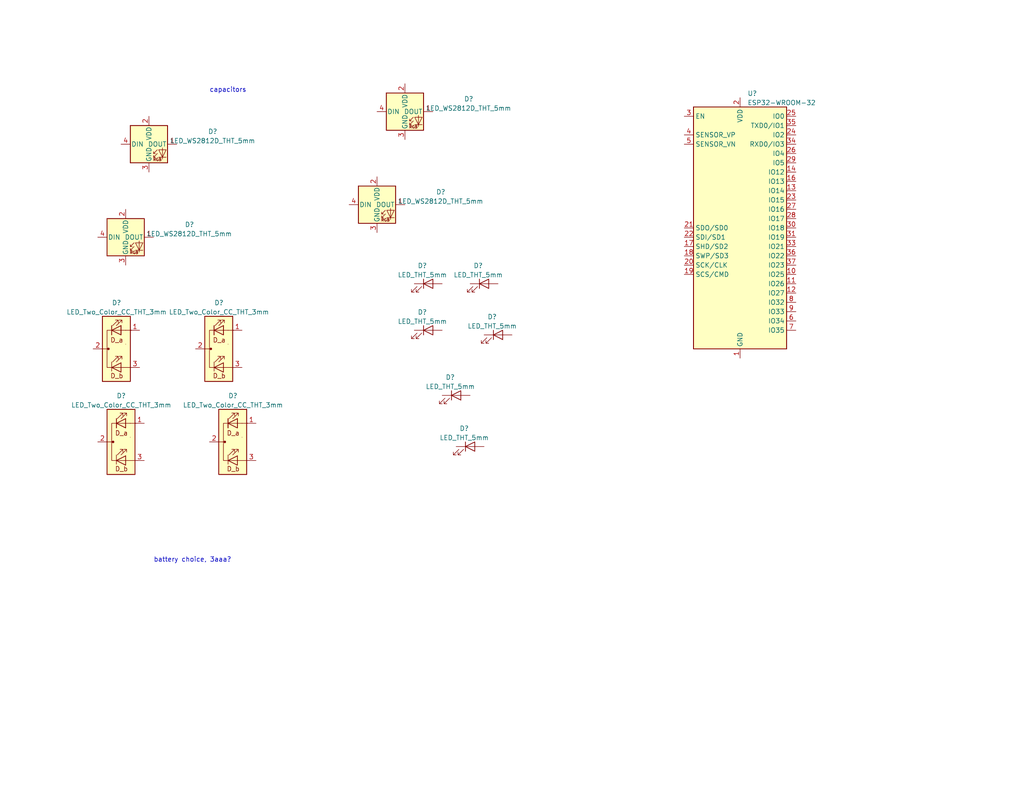
<source format=kicad_sch>
(kicad_sch (version 20211123) (generator eeschema)
  (paper "USLetter")
  (title_block (title "Future_Badge") (date "2023-04-15") (rev "1") (company "Crafted by @alt_bier a.k.a. Richard Gowen"))
  (lib_symbols
    (symbol "0_local:ESP32-WROOM-32"
      (property "Reference" "U" (at -12.7 34.29 0))
      (property "Value" "ESP32-WROOM-32" (at 1.27 34.29 0))
      (symbol "ESP32-WROOM-32_0_1"
        (rectangle (start -12.7 33.02) (end 12.7 -33.02) (stroke (width 0.254)) (fill (type background)))
      )
      (symbol "ESP32-WROOM-32_1_1"
        (pin power_in line (at 0 -35.56 90) (length 2.54) (name "GND") (number "1"))
        (pin bidirectional line (at 15.24 -12.7 180) (length 2.54) (name "IO25") (number "10"))
        (pin bidirectional line (at 15.24 -15.24 180) (length 2.54) (name "IO26") (number "11"))
        (pin bidirectional line (at 15.24 -17.78 180) (length 2.54) (name "IO27") (number "12"))
        (pin bidirectional line (at 15.24 10.16 180) (length 2.54) (name "IO14") (number "13"))
        (pin bidirectional line (at 15.24 15.24 180) (length 2.54) (name "IO12") (number "14"))
        (pin passive line (at 0 -35.56 90) (length 2.54) hide (name "GND") (number "15"))
        (pin bidirectional line (at 15.24 12.7 180) (length 2.54) (name "IO13") (number "16"))
        (pin bidirectional line (at -15.24 -5.08 0) (length 2.54) (name "SHD/SD2") (number "17"))
        (pin bidirectional line (at -15.24 -7.62 0) (length 2.54) (name "SWP/SD3") (number "18"))
        (pin bidirectional line (at -15.24 -12.7 0) (length 2.54) (name "SCS/CMD") (number "19"))
        (pin power_in line (at 0 35.56 270) (length 2.54) (name "VDD") (number "2"))
        (pin bidirectional line (at -15.24 -10.16 0) (length 2.54) (name "SCK/CLK") (number "20"))
        (pin bidirectional line (at -15.24 0 0) (length 2.54) (name "SDO/SD0") (number "21"))
        (pin bidirectional line (at -15.24 -2.54 0) (length 2.54) (name "SDI/SD1") (number "22"))
        (pin bidirectional line (at 15.24 7.62 180) (length 2.54) (name "IO15") (number "23"))
        (pin bidirectional line (at 15.24 25.4 180) (length 2.54) (name "IO2") (number "24"))
        (pin bidirectional line (at 15.24 30.48 180) (length 2.54) (name "IO0") (number "25"))
        (pin bidirectional line (at 15.24 20.32 180) (length 2.54) (name "IO4") (number "26"))
        (pin bidirectional line (at 15.24 5.08 180) (length 2.54) (name "IO16") (number "27"))
        (pin bidirectional line (at 15.24 2.54 180) (length 2.54) (name "IO17") (number "28"))
        (pin bidirectional line (at 15.24 17.78 180) (length 2.54) (name "IO5") (number "29"))
        (pin input line (at -15.24 30.48 0) (length 2.54) (name "EN") (number "3"))
        (pin bidirectional line (at 15.24 0 180) (length 2.54) (name "IO18") (number "30"))
        (pin bidirectional line (at 15.24 -2.54 180) (length 2.54) (name "IO19") (number "31"))
        (pin no_connect line (at -12.7 -27.94 0) (length 2.54) hide (name "NC") (number "32"))
        (pin bidirectional line (at 15.24 -5.08 180) (length 2.54) (name "IO21") (number "33"))
        (pin bidirectional line (at 15.24 22.86 180) (length 2.54) (name "RXD0/IO3") (number "34"))
        (pin bidirectional line (at 15.24 27.94 180) (length 2.54) (name "TXD0/IO1") (number "35"))
        (pin bidirectional line (at 15.24 -7.62 180) (length 2.54) (name "IO22") (number "36"))
        (pin bidirectional line (at 15.24 -10.16 180) (length 2.54) (name "IO23") (number "37"))
        (pin passive line (at 0 -35.56 90) (length 2.54) hide (name "GND") (number "38"))
        (pin passive line (at 0 -35.56 90) (length 2.54) hide (name "GND") (number "39"))
        (pin input line (at -15.24 25.4 0) (length 2.54) (name "SENSOR_VP") (number "4"))
        (pin input line (at -15.24 22.86 0) (length 2.54) (name "SENSOR_VN") (number "5"))
        (pin input line (at 15.24 -25.4 180) (length 2.54) (name "IO34") (number "6"))
        (pin input line (at 15.24 -27.94 180) (length 2.54) (name "IO35") (number "7"))
        (pin bidirectional line (at 15.24 -20.32 180) (length 2.54) (name "IO32") (number "8"))
        (pin bidirectional line (at 15.24 -22.86 180) (length 2.54) (name "IO33") (number "9"))
      )
    )
    (symbol "0_local:LED_THT_5mm" (pin_numbers hide) (pin_names (offset 1.016) hide)
      (property "Reference" "D" (at 0 2.54 0))
      (property "Value" "LED_THT_5mm" (at 0 -3.81 0))
      (symbol "LED_THT_5mm_0_1"
        (polyline (pts (xy -1.27 -1.27) (xy -1.27 1.27)) (stroke (width 0.2032)))
        (polyline (pts (xy -1.27 0) (xy 1.27 0)))
        (polyline (pts (xy 1.27 -1.27) (xy 1.27 1.27) (xy -1.27 0) (xy 1.27 -1.27)) (stroke (width 0.2032)))
        (polyline (pts (xy -3.048 -0.762) (xy -4.572 -2.286) (xy -3.81 -2.286) (xy -4.572 -2.286) (xy -4.572 -1.524)))
        (polyline (pts (xy -1.778 -0.762) (xy -3.302 -2.286) (xy -2.54 -2.286) (xy -3.302 -2.286) (xy -3.302 -1.524)))
      )
      (symbol "LED_THT_5mm_1_1"
        (pin passive line (at -3.81 0 0) (length 2.54) (name "K") (number "1"))
        (pin passive line (at 3.81 0 180) (length 2.54) (name "A") (number "2"))
      )
    )
    (symbol "0_local:LED_Two_Color_CC_THT_3mm" (pin_names (offset 0) hide)
      (property "Reference" "D" (at -1.27 10.16 0))
      (property "Value" "LED_Two_Color_CC_THT_3mm" (at 0 -10.16 0))
      (symbol "LED_Two_Color_CC_THT_3mm_0_0"
        (text "D_a" (at -1.143 2.413 0) (effects (font (size 1.27 1.27))))
        (text "D_b" (at -1.143 -7.366 0) (effects (font (size 1.27 1.27))))
      )
      (symbol "LED_Two_Color_CC_THT_3mm_0_1"
        (rectangle (start -5.08 8.89) (end 2.54 -8.89) (stroke (width 0.254)) (fill (type background)))
        (circle (center -3.429 0) (radius 0.254) (fill (type outline)))
        (polyline (pts (xy -5.08 0) (xy -3.556 0)))
        (polyline (pts (xy -2.54 -5.08) (xy 0 -5.08)))
        (polyline (pts (xy -2.54 -3.556) (xy -2.54 -6.096)))
        (polyline (pts (xy -2.54 5.08) (xy 0 5.08)))
        (polyline (pts (xy -2.54 6.35) (xy -2.54 3.81)) (stroke (width 0.2032)))
        (polyline (pts (xy 0 -5.08) (xy 2.54 -5.08)))
        (polyline (pts (xy 0 5.08) (xy 1.27 5.08)))
        (polyline (pts (xy 1.27 5.08) (xy 2.794 5.08)))
        (polyline (pts (xy -2.54 6.35) (xy -2.54 3.81) (xy -2.54 3.81)))
        (polyline (pts (xy -2.54 5.08) (xy -3.81 5.08) (xy -3.81 -5.08) (xy -2.54 -5.08)))
        (polyline (pts (xy 0 -3.81) (xy 0 -6.35) (xy -2.54 -5.08) (xy 0 -3.81)) (stroke (width 0.2032)))
        (polyline (pts (xy 0 6.35) (xy 0 3.81) (xy -2.54 5.08) (xy 0 6.35)) (stroke (width 0.2032)))
        (polyline (pts (xy -2.286 -3.556) (xy -0.762 -2.032) (xy -1.524 -2.032) (xy -0.762 -2.032) (xy -0.762 -2.794)))
        (polyline (pts (xy -2.286 6.35) (xy -0.762 7.874) (xy -1.524 7.874) (xy -0.762 7.874) (xy -0.762 7.112)))
        (polyline (pts (xy -1.27 -3.556) (xy 0.254 -2.032) (xy -0.508 -2.032) (xy 0.254 -2.032) (xy 0.254 -2.794)))
        (polyline (pts (xy -1.27 6.35) (xy 0.254 7.874) (xy -0.508 7.874) (xy 0.254 7.874) (xy 0.254 7.112)))
        (rectangle (start 0 3.81) (end 0 6.35))
        (rectangle (start 0 6.35) (end 0 6.35))
        (rectangle (start 1.27 1.27) (end 1.27 1.27))
      )
      (symbol "LED_Two_Color_CC_THT_3mm_1_1"
        (pin passive line (at 5.08 5.08 180) (length 2.54) (name "RA") (number "1"))
        (pin passive line (at -7.62 0 0) (length 2.54) (name "K") (number "2"))
        (pin passive line (at 5.08 -5.08 180) (length 2.54) (name "BA") (number "3"))
      )
    )
    (symbol "0_local:LED_WS2812D_THT_5mm" (pin_names (offset 0.254))
      (property "Reference" "D" (at 5.08 5.715 0))
      (property "Value" "LED_WS2812D_THT_5mm" (at 1.27 -5.715 0))
      (symbol "LED_WS2812D_THT_5mm_0_0"
        (text "RGB" (at 2.286 -4.191 0) (effects (font (size 0.762 0.762))))
      )
      (symbol "LED_WS2812D_THT_5mm_0_1"
        (polyline (pts (xy 1.27 -3.556) (xy 1.778 -3.556)))
        (polyline (pts (xy 1.27 -2.54) (xy 1.778 -2.54)))
        (polyline (pts (xy 4.699 -3.556) (xy 2.667 -3.556)))
        (polyline (pts (xy 2.286 -2.54) (xy 1.27 -3.556) (xy 1.27 -3.048)))
        (polyline (pts (xy 2.286 -1.524) (xy 1.27 -2.54) (xy 1.27 -2.032)))
        (polyline (pts (xy 3.683 -1.016) (xy 3.683 -3.556) (xy 3.683 -4.064)))
        (polyline (pts (xy 4.699 -1.524) (xy 2.667 -1.524) (xy 3.683 -3.556) (xy 4.699 -1.524)))
        (rectangle (start 5.08 5.08) (end -5.08 -5.08) (stroke (width 0.254)) (fill (type background)))
      )
      (symbol "LED_WS2812D_THT_5mm_1_1"
        (pin output line (at 7.62 0 180) (length 2.54) (name "DOUT") (number "1"))
        (pin power_in line (at 0 7.62 270) (length 2.54) (name "VDD") (number "2"))
        (pin power_in line (at 0 -7.62 90) (length 2.54) (name "GND") (number "3"))
        (pin input line (at -7.62 0 0) (length 2.54) (name "DIN") (number "4"))
      )
    )
  )
  (text "battery choice, 3aaa?" (at 41.91 153.67 0) (effects (font (size 1.27 1.27)) (justify left bottom)))
  (text "capacitors" (at 57.15 25.4 0) (effects (font (size 1.27 1.27)) (justify left bottom)))
  (symbol (lib_id "0_local:LED_Two_Color_CC_THT_3mm") (at 64.77 120.65 0) (unit 1)
    (property "Reference" "D?" (at 63.5635 108.0602 0))
    (property "Value" "LED_Two_Color_CC_THT_3mm" (at 63.5635 110.5971 0))
    (property "Footprint" "0_local:LED_D3.0mm-3-TwoColor_backsilk" (effects hide))
  )
  (symbol (lib_id "0_local:LED_WS2812D_THT_5mm") (at 40.64 39.37 0) (unit 1)
    (property "Reference" "D?" (at 58.0519 35.9116 0))
    (property "Value" "LED_WS2812D_THT_5mm" (at 58.0519 38.4485 0))
    (property "Footprint" "0_local:LED_D5.0mm-4_WS2812D_front" (effects hide))
  )
  (symbol (lib_id "0_local:LED_Two_Color_CC_THT_3mm") (at 34.29 120.65 0) (unit 1)
    (property "Reference" "D?" (at 33.0835 108.0602 0))
    (property "Value" "LED_Two_Color_CC_THT_3mm" (at 33.0835 110.5971 0))
    (property "Footprint" "0_local:LED_D3.0mm-3-TwoColor_backsilk" (effects hide))
  )
  (symbol (lib_id "0_local:LED_WS2812D_THT_5mm") (at 34.29 64.77 0) (unit 1)
    (property "Reference" "D?" (at 51.7019 61.3116 0))
    (property "Value" "LED_WS2812D_THT_5mm" (at 51.7019 63.8485 0))
    (property "Footprint" "0_local:LED_D5.0mm-4_WS2812D_front" (effects hide))
  )
  (symbol (lib_id "0_local:LED_WS2812D_THT_5mm") (at 102.87 55.88 0) (unit 1)
    (property "Reference" "D?" (at 120.2819 52.4216 0))
    (property "Value" "LED_WS2812D_THT_5mm" (at 120.2819 54.9585 0))
    (property "Footprint" "0_local:LED_D5.0mm-4_WS2812D_front" (effects hide))
  )
  (symbol (lib_id "0_local:LED_THT_5mm") (at 128.27 121.92 0) (unit 1)
    (property "Reference" "D?" (at 126.6698 116.9756 0))
    (property "Value" "LED_THT_5mm" (at 126.6698 119.5125 0))
    (property "Footprint" "0_local:LED_D5.0mm-2" (effects hide))
  )
  (symbol (lib_id "0_local:LED_THT_5mm") (at 124.46 107.95 0) (unit 1)
    (property "Reference" "D?" (at 122.8598 103.0056 0))
    (property "Value" "LED_THT_5mm" (at 122.8598 105.5425 0))
    (property "Footprint" "0_local:LED_D5.0mm-2" (effects hide))
  )
  (symbol (lib_id "0_local:LED_THT_5mm") (at 132.08 77.47 0) (unit 1)
    (property "Reference" "D?" (at 130.4798 72.5256 0))
    (property "Value" "LED_THT_5mm" (at 130.4798 75.0625 0))
    (property "Footprint" "0_local:LED_D5.0mm-2" (effects hide))
  )
  (symbol (lib_id "0_local:ESP32-WROOM-32") (at 201.93 62.23 0) (unit 1)
    (property "Reference" "U?" (at 203.9494 25.5102 0) (effects (justify left)))
    (property "Value" "ESP32-WROOM-32" (at 203.9494 28.0471 0) (effects (justify left)))
    (property "Footprint" "RF_Module:ESP32-WROOM-32" (effects hide))
    (property "Datasheet" "https://www.espressif.com/sites/default/files/documentation/esp32-wroom-32_datasheet_en.pdf" (effects hide))
  )
  (symbol (lib_id "0_local:LED_Two_Color_CC_THT_3mm") (at 60.96 95.25 0) (unit 1)
    (property "Reference" "D?" (at 59.7535 82.6602 0))
    (property "Value" "LED_Two_Color_CC_THT_3mm" (at 59.7535 85.1971 0))
    (property "Footprint" "0_local:LED_D3.0mm-3-TwoColor_backsilk" (effects hide))
  )
  (symbol (lib_id "0_local:LED_THT_5mm") (at 116.84 77.47 0) (unit 1)
    (property "Reference" "D?" (at 115.2398 72.5256 0))
    (property "Value" "LED_THT_5mm" (at 115.2398 75.0625 0))
    (property "Footprint" "0_local:LED_D5.0mm-2" (effects hide))
  )
  (symbol (lib_id "0_local:LED_THT_5mm") (at 135.89 91.44 0) (unit 1)
    (property "Reference" "D?" (at 134.2898 86.4956 0))
    (property "Value" "LED_THT_5mm" (at 134.2898 89.0325 0))
    (property "Footprint" "0_local:LED_D5.0mm-2" (effects hide))
  )
  (symbol (lib_id "0_local:LED_Two_Color_CC_THT_3mm") (at 33.02 95.25 0) (unit 1)
    (property "Reference" "D?" (at 31.8135 82.6602 0))
    (property "Value" "LED_Two_Color_CC_THT_3mm" (at 31.8135 85.1971 0))
    (property "Footprint" "0_local:LED_D3.0mm-3-TwoColor_backsilk" (effects hide))
  )
  (symbol (lib_id "0_local:LED_THT_5mm") (at 116.84 90.17 0) (unit 1)
    (property "Reference" "D?" (at 115.2398 85.2256 0))
    (property "Value" "LED_THT_5mm" (at 115.2398 87.7625 0))
    (property "Footprint" "0_local:LED_D5.0mm-2" (effects hide))
  )
  (symbol (lib_id "0_local:LED_WS2812D_THT_5mm") (at 110.49 30.48 0) (unit 1)
    (property "Reference" "D?" (at 127.9019 27.0216 0))
    (property "Value" "LED_WS2812D_THT_5mm" (at 127.9019 29.5585 0))
    (property "Footprint" "0_local:LED_D5.0mm-4_WS2812D_front" (effects hide))
  )
)
</source>
